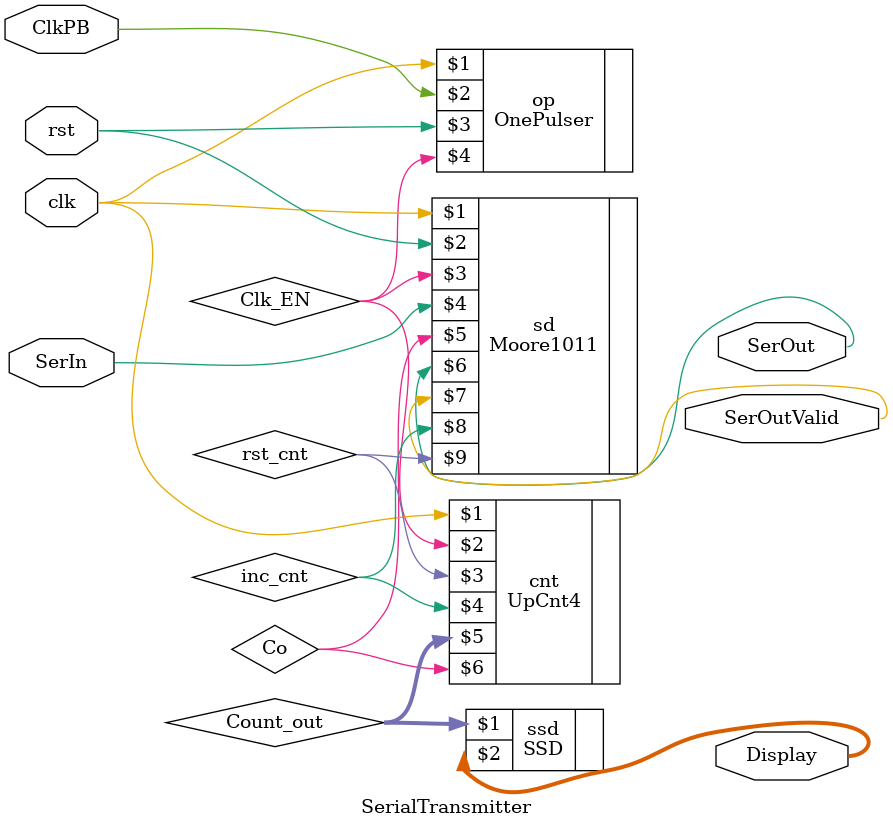
<source format=v>
`timescale 1ns/1ns
module SerialTransmitter(input clk, ClkPB, SerIn, rst, output [6:0] Display, output SerOut, SerOutValid);
  wire Clk_EN, Co, inc_cnt, rst_cnt;
  wire [3:0] Count_out; 
  
  OnePulser op(clk, ClkPB, rst, Clk_EN);
  Moore1011 sd(clk, rst, Clk_EN, SerIn, Co, SerOut, SerOutValid, inc_cnt, rst_cnt);
  UpCnt4 cnt(clk, Clk_EN, rst_cnt, inc_cnt, Count_out, Co);
  SSD ssd(Count_out, Display);
  
endmodule

</source>
